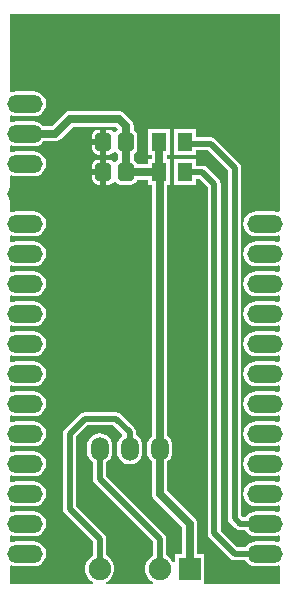
<source format=gbl>
G04*
G04 #@! TF.GenerationSoftware,Altium Limited,CircuitMaker,2.2.1 (2.2.1.6)*
G04*
G04 Layer_Physical_Order=2*
G04 Layer_Color=11436288*
%FSLAX25Y25*%
%MOIN*%
G70*
G04*
G04 #@! TF.SameCoordinates,C44E2A56-7628-4A00-ACF1-40A52C7EA1B0*
G04*
G04*
G04 #@! TF.FilePolarity,Positive*
G04*
G01*
G75*
%ADD10C,0.01968*%
%ADD16O,0.06000X0.07874*%
%ADD17O,0.11811X0.06000*%
%ADD18C,0.07500*%
%ADD19R,0.07500X0.07500*%
%ADD20C,0.05000*%
%ADD21R,0.05118X0.06299*%
G04:AMPARAMS|DCode=22|XSize=59.05mil|YSize=51.18mil|CornerRadius=7.68mil|HoleSize=0mil|Usage=FLASHONLY|Rotation=90.000|XOffset=0mil|YOffset=0mil|HoleType=Round|Shape=RoundedRectangle|*
%AMROUNDEDRECTD22*
21,1,0.05905,0.03583,0,0,90.0*
21,1,0.04370,0.05118,0,0,90.0*
1,1,0.01535,0.01791,0.02185*
1,1,0.01535,0.01791,-0.02185*
1,1,0.01535,-0.01791,-0.02185*
1,1,0.01535,-0.01791,0.02185*
%
%ADD22ROUNDEDRECTD22*%
%ADD23C,0.02756*%
G36*
X391003Y361646D02*
X390960Y361072D01*
X390544Y360795D01*
X390301Y360431D01*
X389699D01*
X389456Y360795D01*
X388812Y361226D01*
X388051Y361377D01*
X387244D01*
Y357205D01*
Y353033D01*
X388051D01*
X388812Y353184D01*
X389456Y353615D01*
X389699Y353978D01*
X390301D01*
X390544Y353615D01*
X391159Y353204D01*
Y351206D01*
X390544Y350795D01*
X390301Y350431D01*
X389699D01*
X389456Y350795D01*
X388812Y351225D01*
X388051Y351377D01*
X387244D01*
Y347205D01*
Y343033D01*
X388051D01*
X388812Y343184D01*
X389456Y343615D01*
X389699Y343979D01*
X390301D01*
X390544Y343615D01*
X391188Y343184D01*
X391949Y343033D01*
X395532D01*
X396292Y343184D01*
X396936Y343615D01*
X397367Y344259D01*
X397440Y344624D01*
X401142D01*
Y342874D01*
X402419D01*
Y259227D01*
X402018Y258919D01*
X401348Y258046D01*
X400926Y257029D01*
X400783Y255937D01*
Y254063D01*
X400926Y252972D01*
X401348Y251954D01*
X402018Y251081D01*
X402419Y250773D01*
Y240000D01*
X402507Y239332D01*
X402765Y238709D01*
X403175Y238175D01*
X412419Y228931D01*
Y219931D01*
X410069D01*
Y217215D01*
X410005Y217177D01*
X409339Y217347D01*
X408946Y218028D01*
X408028Y218946D01*
X407208Y219419D01*
Y225000D01*
X407040Y225845D01*
X406561Y226561D01*
X387208Y245915D01*
Y250487D01*
X387982Y251081D01*
X388652Y251954D01*
X389073Y252972D01*
X389217Y254063D01*
Y255937D01*
X389073Y257029D01*
X388652Y258046D01*
X387982Y258919D01*
X387109Y259589D01*
X386091Y260011D01*
X385000Y260154D01*
X383909Y260011D01*
X382891Y259589D01*
X382018Y258919D01*
X381348Y258046D01*
X380926Y257029D01*
X380783Y255937D01*
Y254063D01*
X380926Y252972D01*
X381348Y251954D01*
X382018Y251081D01*
X382792Y250487D01*
Y245000D01*
X382960Y244155D01*
X383439Y243439D01*
X402792Y224085D01*
Y219419D01*
X401972Y218946D01*
X401054Y218028D01*
X400405Y216903D01*
X400069Y215649D01*
Y214351D01*
X400405Y213097D01*
X401054Y211972D01*
X401972Y211054D01*
X402932Y210500D01*
X402798Y210000D01*
X387202D01*
X387068Y210500D01*
X388028Y211054D01*
X388946Y211972D01*
X389595Y213097D01*
X389931Y214351D01*
Y215649D01*
X389595Y216903D01*
X388946Y218028D01*
X388028Y218946D01*
X387208Y219419D01*
Y225000D01*
X387040Y225845D01*
X386561Y226561D01*
X377208Y235914D01*
Y259085D01*
X380914Y262792D01*
X389597D01*
X392483Y259906D01*
X392440Y259243D01*
X392018Y258919D01*
X391348Y258046D01*
X390927Y257029D01*
X390783Y255937D01*
Y254063D01*
X390927Y252972D01*
X391348Y251954D01*
X392018Y251081D01*
X392891Y250411D01*
X393909Y249990D01*
X395000Y249846D01*
X396092Y249990D01*
X397109Y250411D01*
X397982Y251081D01*
X398652Y251954D01*
X399074Y252972D01*
X399217Y254063D01*
Y255937D01*
X399074Y257029D01*
X398652Y258046D01*
X397982Y258919D01*
X397208Y259513D01*
Y260512D01*
X397040Y261357D01*
X396561Y262073D01*
X392073Y266561D01*
X391357Y267040D01*
X390512Y267208D01*
X380000D01*
X379155Y267040D01*
X378439Y266561D01*
X373439Y261561D01*
X372960Y260845D01*
X372792Y260000D01*
Y235000D01*
X372960Y234155D01*
X373439Y233439D01*
X382792Y224085D01*
Y219419D01*
X381972Y218946D01*
X381054Y218028D01*
X380405Y216903D01*
X380069Y215649D01*
Y214351D01*
X380405Y213097D01*
X381054Y211972D01*
X381972Y211054D01*
X382932Y210500D01*
X382798Y210000D01*
X355000D01*
Y215892D01*
X355416Y216170D01*
X356003Y215927D01*
X357095Y215783D01*
X362906D01*
X363997Y215927D01*
X365014Y216348D01*
X365887Y217018D01*
X366558Y217891D01*
X366979Y218909D01*
X367123Y220000D01*
X366979Y221092D01*
X366558Y222109D01*
X365887Y222982D01*
X365014Y223652D01*
X363997Y224074D01*
X362906Y224217D01*
X357095D01*
X356003Y224074D01*
X355416Y223830D01*
X355000Y224108D01*
Y225892D01*
X355416Y226170D01*
X356003Y225926D01*
X357095Y225783D01*
X362906D01*
X363997Y225926D01*
X365014Y226348D01*
X365887Y227018D01*
X366558Y227891D01*
X366979Y228908D01*
X367123Y230000D01*
X366979Y231091D01*
X366558Y232109D01*
X365887Y232982D01*
X365014Y233652D01*
X363997Y234073D01*
X362906Y234217D01*
X357095D01*
X356003Y234073D01*
X355416Y233830D01*
X355000Y234108D01*
Y235892D01*
X355416Y236170D01*
X356003Y235927D01*
X357095Y235783D01*
X362906D01*
X363997Y235927D01*
X365014Y236348D01*
X365887Y237018D01*
X366558Y237891D01*
X366979Y238909D01*
X367123Y240000D01*
X366979Y241091D01*
X366558Y242109D01*
X365887Y242982D01*
X365014Y243652D01*
X363997Y244074D01*
X362906Y244217D01*
X357095D01*
X356003Y244074D01*
X355416Y243830D01*
X355000Y244108D01*
Y245892D01*
X355416Y246170D01*
X356003Y245926D01*
X357095Y245783D01*
X362906D01*
X363997Y245926D01*
X365014Y246348D01*
X365887Y247018D01*
X366558Y247891D01*
X366979Y248908D01*
X367123Y250000D01*
X366979Y251092D01*
X366558Y252109D01*
X365887Y252982D01*
X365014Y253652D01*
X363997Y254074D01*
X362906Y254217D01*
X357095D01*
X356003Y254074D01*
X355416Y253830D01*
X355000Y254108D01*
Y255892D01*
X355416Y256170D01*
X356003Y255926D01*
X357095Y255783D01*
X362906D01*
X363997Y255926D01*
X365014Y256348D01*
X365887Y257018D01*
X366558Y257891D01*
X366979Y258909D01*
X367123Y260000D01*
X366979Y261091D01*
X366558Y262109D01*
X365887Y262982D01*
X365014Y263652D01*
X363997Y264073D01*
X362906Y264217D01*
X357095D01*
X356003Y264073D01*
X355416Y263830D01*
X355000Y264108D01*
Y265892D01*
X355416Y266170D01*
X356003Y265927D01*
X357095Y265783D01*
X362906D01*
X363997Y265927D01*
X365014Y266348D01*
X365887Y267018D01*
X366558Y267891D01*
X366979Y268909D01*
X367123Y270000D01*
X366979Y271092D01*
X366558Y272109D01*
X365887Y272982D01*
X365014Y273652D01*
X363997Y274074D01*
X362906Y274217D01*
X357095D01*
X356003Y274074D01*
X355416Y273830D01*
X355000Y274108D01*
Y275892D01*
X355416Y276170D01*
X356003Y275926D01*
X357095Y275783D01*
X362906D01*
X363997Y275926D01*
X365014Y276348D01*
X365887Y277018D01*
X366558Y277891D01*
X366979Y278908D01*
X367123Y280000D01*
X366979Y281091D01*
X366558Y282109D01*
X365887Y282982D01*
X365014Y283652D01*
X363997Y284073D01*
X362906Y284217D01*
X357095D01*
X356003Y284073D01*
X355416Y283830D01*
X355000Y284108D01*
Y285892D01*
X355416Y286170D01*
X356003Y285927D01*
X357095Y285783D01*
X362906D01*
X363997Y285927D01*
X365014Y286348D01*
X365887Y287018D01*
X366558Y287891D01*
X366979Y288909D01*
X367123Y290000D01*
X366979Y291091D01*
X366558Y292109D01*
X365887Y292982D01*
X365014Y293652D01*
X363997Y294074D01*
X362906Y294217D01*
X357095D01*
X356003Y294074D01*
X355416Y293830D01*
X355000Y294108D01*
Y295892D01*
X355416Y296170D01*
X356003Y295926D01*
X357095Y295783D01*
X362906D01*
X363997Y295926D01*
X365014Y296348D01*
X365887Y297018D01*
X366558Y297891D01*
X366979Y298908D01*
X367123Y300000D01*
X366979Y301092D01*
X366558Y302109D01*
X365887Y302982D01*
X365014Y303652D01*
X363997Y304074D01*
X362906Y304217D01*
X357095D01*
X356003Y304074D01*
X355416Y303830D01*
X355000Y304108D01*
Y305892D01*
X355416Y306170D01*
X356003Y305926D01*
X357095Y305783D01*
X362906D01*
X363997Y305926D01*
X365014Y306348D01*
X365887Y307018D01*
X366558Y307891D01*
X366979Y308909D01*
X367123Y310000D01*
X366979Y311091D01*
X366558Y312109D01*
X365887Y312982D01*
X365014Y313652D01*
X363997Y314073D01*
X362906Y314217D01*
X357095D01*
X356003Y314073D01*
X355416Y313830D01*
X355000Y314108D01*
Y315892D01*
X355416Y316170D01*
X356003Y315927D01*
X357095Y315783D01*
X362906D01*
X363997Y315927D01*
X365014Y316348D01*
X365887Y317018D01*
X366558Y317891D01*
X366979Y318909D01*
X367123Y320000D01*
X366979Y321092D01*
X366558Y322109D01*
X365887Y322982D01*
X365014Y323652D01*
X363997Y324074D01*
X362906Y324217D01*
X357095D01*
X356003Y324074D01*
X355416Y323830D01*
X355000Y324108D01*
Y325892D01*
X355416Y326170D01*
X356003Y325926D01*
X357095Y325783D01*
X362906D01*
X363997Y325926D01*
X365014Y326348D01*
X365887Y327018D01*
X366558Y327891D01*
X366979Y328908D01*
X367123Y330000D01*
X366979Y331091D01*
X366558Y332109D01*
X365887Y332982D01*
X365014Y333652D01*
X363997Y334073D01*
X362906Y334217D01*
X357095D01*
X356003Y334073D01*
X355416Y333830D01*
X355000Y334108D01*
Y345892D01*
X355416Y346170D01*
X356003Y345926D01*
X357095Y345783D01*
X362906D01*
X363997Y345926D01*
X365014Y346348D01*
X365887Y347018D01*
X366558Y347891D01*
X366979Y348908D01*
X367123Y350000D01*
X366979Y351092D01*
X366558Y352109D01*
X365887Y352982D01*
X365014Y353652D01*
X363997Y354074D01*
X362906Y354217D01*
X357095D01*
X356003Y354074D01*
X355416Y353830D01*
X355000Y354108D01*
Y355892D01*
X355416Y356170D01*
X356003Y355926D01*
X357095Y355783D01*
X362906D01*
X363997Y355926D01*
X365014Y356348D01*
X365887Y357018D01*
X366195Y357419D01*
X370236D01*
X370904Y357507D01*
X371527Y357765D01*
X372061Y358175D01*
X376266Y362380D01*
X390269D01*
X391003Y361646D01*
D02*
G37*
G36*
X445000Y334108D02*
X444584Y333830D01*
X443997Y334073D01*
X442906Y334217D01*
X437094D01*
X436003Y334073D01*
X434986Y333652D01*
X434113Y332982D01*
X433442Y332109D01*
X433021Y331091D01*
X432877Y330000D01*
X433021Y328908D01*
X433442Y327891D01*
X434113Y327018D01*
X434986Y326348D01*
X436003Y325926D01*
X437094Y325783D01*
X442906D01*
X443997Y325926D01*
X444584Y326170D01*
X445000Y325892D01*
Y324108D01*
X444584Y323830D01*
X443997Y324074D01*
X442906Y324217D01*
X437094D01*
X436003Y324074D01*
X434986Y323652D01*
X434113Y322982D01*
X433442Y322109D01*
X433021Y321092D01*
X432877Y320000D01*
X433021Y318909D01*
X433442Y317891D01*
X434113Y317018D01*
X434986Y316348D01*
X436003Y315927D01*
X437094Y315783D01*
X442906D01*
X443997Y315927D01*
X444584Y316170D01*
X445000Y315892D01*
Y314108D01*
X444584Y313830D01*
X443997Y314073D01*
X442906Y314217D01*
X437094D01*
X436003Y314073D01*
X434986Y313652D01*
X434113Y312982D01*
X433442Y312109D01*
X433021Y311091D01*
X432877Y310000D01*
X433021Y308909D01*
X433442Y307891D01*
X434113Y307018D01*
X434986Y306348D01*
X436003Y305926D01*
X437094Y305783D01*
X442906D01*
X443997Y305926D01*
X444584Y306170D01*
X445000Y305892D01*
Y304108D01*
X444584Y303830D01*
X443997Y304074D01*
X442906Y304217D01*
X437094D01*
X436003Y304074D01*
X434986Y303652D01*
X434113Y302982D01*
X433442Y302109D01*
X433021Y301092D01*
X432877Y300000D01*
X433021Y298908D01*
X433442Y297891D01*
X434113Y297018D01*
X434986Y296348D01*
X436003Y295926D01*
X437094Y295783D01*
X442906D01*
X443997Y295926D01*
X444584Y296170D01*
X445000Y295892D01*
Y294108D01*
X444584Y293830D01*
X443997Y294074D01*
X442906Y294217D01*
X437094D01*
X436003Y294074D01*
X434986Y293652D01*
X434113Y292982D01*
X433442Y292109D01*
X433021Y291091D01*
X432877Y290000D01*
X433021Y288909D01*
X433442Y287891D01*
X434113Y287018D01*
X434986Y286348D01*
X436003Y285927D01*
X437094Y285783D01*
X442906D01*
X443997Y285927D01*
X444584Y286170D01*
X445000Y285892D01*
Y284108D01*
X444584Y283830D01*
X443997Y284073D01*
X442906Y284217D01*
X437094D01*
X436003Y284073D01*
X434986Y283652D01*
X434113Y282982D01*
X433442Y282109D01*
X433021Y281091D01*
X432877Y280000D01*
X433021Y278908D01*
X433442Y277891D01*
X434113Y277018D01*
X434986Y276348D01*
X436003Y275926D01*
X437094Y275783D01*
X442906D01*
X443997Y275926D01*
X444584Y276170D01*
X445000Y275892D01*
Y274108D01*
X444584Y273830D01*
X443997Y274074D01*
X442906Y274217D01*
X437094D01*
X436003Y274074D01*
X434986Y273652D01*
X434113Y272982D01*
X433442Y272109D01*
X433021Y271092D01*
X432877Y270000D01*
X433021Y268909D01*
X433442Y267891D01*
X434113Y267018D01*
X434986Y266348D01*
X436003Y265927D01*
X437094Y265783D01*
X442906D01*
X443997Y265927D01*
X444584Y266170D01*
X445000Y265892D01*
Y264108D01*
X444584Y263830D01*
X443997Y264073D01*
X442906Y264217D01*
X437094D01*
X436003Y264073D01*
X434986Y263652D01*
X434113Y262982D01*
X433442Y262109D01*
X433021Y261091D01*
X432877Y260000D01*
X433021Y258909D01*
X433442Y257891D01*
X434113Y257018D01*
X434986Y256348D01*
X436003Y255926D01*
X437094Y255783D01*
X442906D01*
X443997Y255926D01*
X444584Y256170D01*
X445000Y255892D01*
Y254108D01*
X444584Y253830D01*
X443997Y254074D01*
X442906Y254217D01*
X437094D01*
X436003Y254074D01*
X434986Y253652D01*
X434113Y252982D01*
X433442Y252109D01*
X433021Y251092D01*
X432877Y250000D01*
X433021Y248908D01*
X433442Y247891D01*
X434113Y247018D01*
X434986Y246348D01*
X436003Y245926D01*
X437094Y245783D01*
X442906D01*
X443997Y245926D01*
X444584Y246170D01*
X445000Y245892D01*
Y244108D01*
X444584Y243830D01*
X443997Y244074D01*
X442906Y244217D01*
X437094D01*
X436003Y244074D01*
X434986Y243652D01*
X434113Y242982D01*
X433442Y242109D01*
X433021Y241091D01*
X432877Y240000D01*
X433021Y238909D01*
X433442Y237891D01*
X434113Y237018D01*
X434986Y236348D01*
X436003Y235927D01*
X437094Y235783D01*
X442906D01*
X443997Y235927D01*
X444584Y236170D01*
X445000Y235892D01*
Y234108D01*
X444584Y233830D01*
X443997Y234073D01*
X442906Y234217D01*
X437094D01*
X436003Y234073D01*
X434986Y233652D01*
X434113Y232982D01*
X433518Y232208D01*
X432725D01*
X432208Y232726D01*
Y348740D01*
X432040Y349585D01*
X431561Y350301D01*
X423608Y358254D01*
X422892Y358733D01*
X422047Y358901D01*
X417283D01*
Y361535D01*
X409803D01*
Y352874D01*
X417283D01*
Y354485D01*
X421133D01*
X427792Y347826D01*
Y231811D01*
X427960Y230966D01*
X428439Y230250D01*
X430250Y228439D01*
X430966Y227960D01*
X431811Y227792D01*
X433518D01*
X434113Y227018D01*
X434986Y226348D01*
X436003Y225926D01*
X437094Y225783D01*
X442906D01*
X443997Y225926D01*
X444584Y226170D01*
X445000Y225892D01*
Y224108D01*
X444584Y223830D01*
X443997Y224074D01*
X442906Y224217D01*
X437094D01*
X436003Y224074D01*
X434986Y223652D01*
X434113Y222982D01*
X433518Y222208D01*
X430914D01*
X425436Y227686D01*
Y285039D01*
Y343307D01*
X425268Y344152D01*
X424789Y344868D01*
X420853Y348805D01*
X420136Y349284D01*
X419291Y349452D01*
X419093Y349412D01*
X417283D01*
Y351535D01*
X409803D01*
Y342874D01*
X417283D01*
Y344997D01*
X418416D01*
X421021Y342393D01*
Y285039D01*
Y226772D01*
X421189Y225927D01*
X421667Y225210D01*
X428439Y218439D01*
X429155Y217960D01*
X430000Y217792D01*
X433518D01*
X434113Y217018D01*
X434986Y216348D01*
X436003Y215927D01*
X437094Y215783D01*
X442906D01*
X443997Y215927D01*
X444584Y216170D01*
X445000Y215892D01*
Y210000D01*
X420403D01*
X419931Y210069D01*
Y219931D01*
X417581D01*
Y230000D01*
X417493Y230668D01*
X417235Y231291D01*
X416825Y231825D01*
X407581Y241069D01*
Y250773D01*
X407982Y251081D01*
X408652Y251954D01*
X409073Y252972D01*
X409217Y254063D01*
Y255937D01*
X409073Y257029D01*
X408652Y258046D01*
X407982Y258919D01*
X407581Y259227D01*
Y342874D01*
X408622D01*
Y351535D01*
X407463D01*
Y352874D01*
X408622D01*
Y361535D01*
X401142D01*
Y352874D01*
X402301D01*
Y351535D01*
X401142D01*
Y349786D01*
X397440D01*
X397367Y350150D01*
X396936Y350795D01*
X396321Y351206D01*
Y353204D01*
X396936Y353615D01*
X397367Y354259D01*
X397518Y355020D01*
Y359390D01*
X397367Y360150D01*
X396936Y360795D01*
X396321Y361206D01*
Y362559D01*
X396233Y363227D01*
X395975Y363850D01*
X395565Y364384D01*
X393164Y366786D01*
X392629Y367196D01*
X392007Y367454D01*
X391339Y367542D01*
X375197D01*
X374529Y367454D01*
X373906Y367196D01*
X373372Y366786D01*
X369167Y362581D01*
X366195D01*
X365887Y362982D01*
X365014Y363652D01*
X363997Y364073D01*
X362906Y364217D01*
X357095D01*
X356003Y364073D01*
X355416Y363830D01*
X355000Y364108D01*
Y365892D01*
X355416Y366170D01*
X356003Y365927D01*
X357095Y365783D01*
X362906D01*
X363997Y365927D01*
X365014Y366348D01*
X365887Y367018D01*
X366558Y367891D01*
X366979Y368909D01*
X367123Y370000D01*
X366979Y371092D01*
X366558Y372109D01*
X365887Y372982D01*
X365014Y373652D01*
X363997Y374074D01*
X362906Y374217D01*
X357095D01*
X356003Y374074D01*
X355416Y373830D01*
X355000Y374108D01*
Y400000D01*
X445000D01*
Y334108D01*
D02*
G37*
%LPC*%
G36*
X385276Y361377D02*
X384469D01*
X383708Y361226D01*
X383064Y360795D01*
X382633Y360150D01*
X382482Y359390D01*
Y358189D01*
X385276D01*
Y361377D01*
D02*
G37*
G36*
Y356221D02*
X382482D01*
Y355020D01*
X382633Y354259D01*
X383064Y353615D01*
X383708Y353184D01*
X384469Y353033D01*
X385276D01*
Y356221D01*
D02*
G37*
G36*
Y351377D02*
X384469D01*
X383708Y351225D01*
X383064Y350795D01*
X382633Y350150D01*
X382482Y349390D01*
Y348189D01*
X385276D01*
Y351377D01*
D02*
G37*
G36*
Y346220D02*
X382482D01*
Y345020D01*
X382633Y344259D01*
X383064Y343615D01*
X383708Y343184D01*
X384469Y343033D01*
X385276D01*
Y346220D01*
D02*
G37*
%LPD*%
D10*
X405000Y346535D02*
X405669Y347205D01*
X413543D02*
X419252D01*
X419291Y347244D01*
X423228Y343307D01*
Y285039D02*
Y343307D01*
X413543Y357205D02*
X414055Y356693D01*
X422047D01*
X430000Y348740D01*
Y231811D02*
Y348740D01*
X404882Y347205D02*
X405669D01*
X395000Y255000D02*
Y260512D01*
X390512Y265000D02*
X395000Y260512D01*
X380000Y265000D02*
X390512D01*
X375000Y260000D02*
X380000Y265000D01*
X375000Y235000D02*
Y260000D01*
Y235000D02*
X385000Y225000D01*
Y215000D02*
Y225000D01*
Y245000D02*
Y255000D01*
Y245000D02*
X405000Y225000D01*
Y215000D02*
Y225000D01*
X423228Y226772D02*
Y285039D01*
X431811Y230000D02*
X440000D01*
X430000Y231811D02*
X431811Y230000D01*
X423228Y226772D02*
X430000Y220000D01*
X440000D01*
D16*
X415000Y255000D02*
D03*
X405000D02*
D03*
X395000D02*
D03*
X385000D02*
D03*
D17*
X440000Y330000D02*
D03*
Y320000D02*
D03*
Y310000D02*
D03*
Y300000D02*
D03*
Y290000D02*
D03*
Y280000D02*
D03*
Y270000D02*
D03*
Y260000D02*
D03*
Y250000D02*
D03*
Y240000D02*
D03*
Y230000D02*
D03*
Y220000D02*
D03*
X360000D02*
D03*
Y230000D02*
D03*
Y240000D02*
D03*
Y250000D02*
D03*
Y260000D02*
D03*
Y270000D02*
D03*
Y280000D02*
D03*
Y290000D02*
D03*
Y300000D02*
D03*
Y310000D02*
D03*
Y320000D02*
D03*
Y330000D02*
D03*
Y340000D02*
D03*
Y350000D02*
D03*
Y360000D02*
D03*
Y370000D02*
D03*
D18*
X385000Y215000D02*
D03*
X395000D02*
D03*
X405000D02*
D03*
D19*
X415000D02*
D03*
D20*
X414370Y289370D02*
D03*
X387795Y233268D02*
D03*
X414173Y337402D02*
D03*
X397638Y268701D02*
D03*
X377946Y277740D02*
D03*
X371355Y215741D02*
D03*
X425000Y215000D02*
D03*
X435000Y345000D02*
D03*
X391339Y322047D02*
D03*
X430000Y380000D02*
D03*
X374016Y379921D02*
D03*
D21*
X404882Y347205D02*
D03*
X413543D02*
D03*
X404882Y357205D02*
D03*
X413543D02*
D03*
D22*
X386260D02*
D03*
X393740D02*
D03*
X386260Y347205D02*
D03*
X393740D02*
D03*
D23*
X375197Y364961D02*
X391339D01*
X393740Y362559D01*
Y357205D02*
Y362559D01*
X370236Y360000D02*
X375197Y364961D01*
X360000Y360000D02*
X370236D01*
X404882Y347205D02*
Y357205D01*
X393740Y347205D02*
X404882D01*
X393740D02*
Y357205D01*
X405000Y255000D02*
Y346535D01*
Y240000D02*
Y255000D01*
Y240000D02*
X415000Y230000D01*
Y215000D02*
Y230000D01*
M02*

</source>
